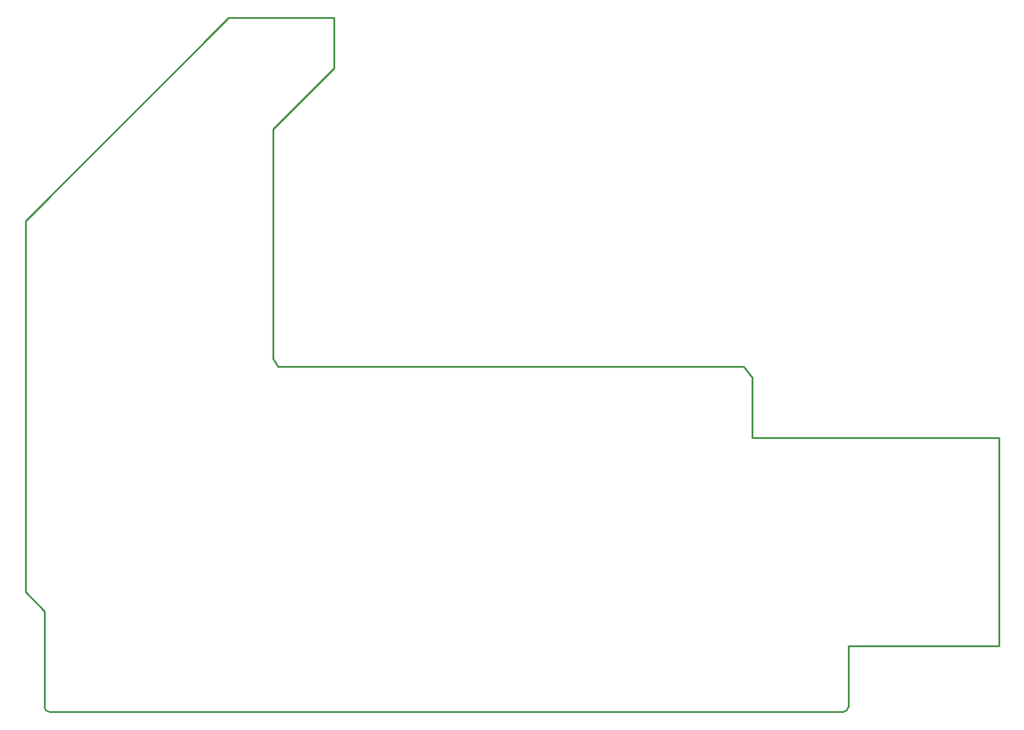
<source format=gbr>
%TF.GenerationSoftware,KiCad,Pcbnew,8.0.1*%
%TF.CreationDate,2024-05-25T23:06:58+03:00*%
%TF.ProjectId,PiStorm2k_v2.1,50695374-6f72-46d3-926b-5f76322e312e,rev?*%
%TF.SameCoordinates,Original*%
%TF.FileFunction,Profile,NP*%
%FSLAX46Y46*%
G04 Gerber Fmt 4.6, Leading zero omitted, Abs format (unit mm)*
G04 Created by KiCad (PCBNEW 8.0.1) date 2024-05-25 23:06:58*
%MOMM*%
%LPD*%
G01*
G04 APERTURE LIST*
%TA.AperFunction,Profile*%
%ADD10C,0.254000*%
%TD*%
G04 APERTURE END LIST*
D10*
X178440460Y-89798470D02*
X113721320Y-89773120D01*
X81946220Y-137758910D02*
G75*
G02*
X81311190Y-137123910I-20J635010D01*
G01*
X213878290Y-99662640D02*
X179583490Y-99662640D01*
X213873460Y-128619830D02*
X213873460Y-99662040D01*
X106888690Y-41284500D02*
X121519090Y-41284500D01*
X192944220Y-137128990D02*
G75*
G02*
X192309220Y-137764020I-635020J-10D01*
G01*
X81310890Y-123793860D02*
X78643890Y-121126860D01*
X78643890Y-69529300D02*
X106888690Y-41284500D01*
X121544460Y-48244120D02*
X121544460Y-41309900D01*
X192943890Y-128619830D02*
X213873460Y-128619830D01*
X179583490Y-99637240D02*
X179608890Y-91246270D01*
X113086320Y-56702270D02*
X121544460Y-48244120D01*
X192943890Y-137128830D02*
X192943890Y-128619830D01*
X213878290Y-99662640D02*
X179583490Y-99662640D01*
X179608890Y-91246270D02*
X178440460Y-89798470D01*
X113086320Y-88680920D02*
X113086320Y-56702270D01*
X81310890Y-137123750D02*
X81310890Y-123793860D01*
X78643890Y-121126860D02*
X78643890Y-69529300D01*
X81946250Y-137763990D02*
X192308920Y-137763990D01*
X113721320Y-89773120D02*
X113086320Y-88680920D01*
M02*

</source>
